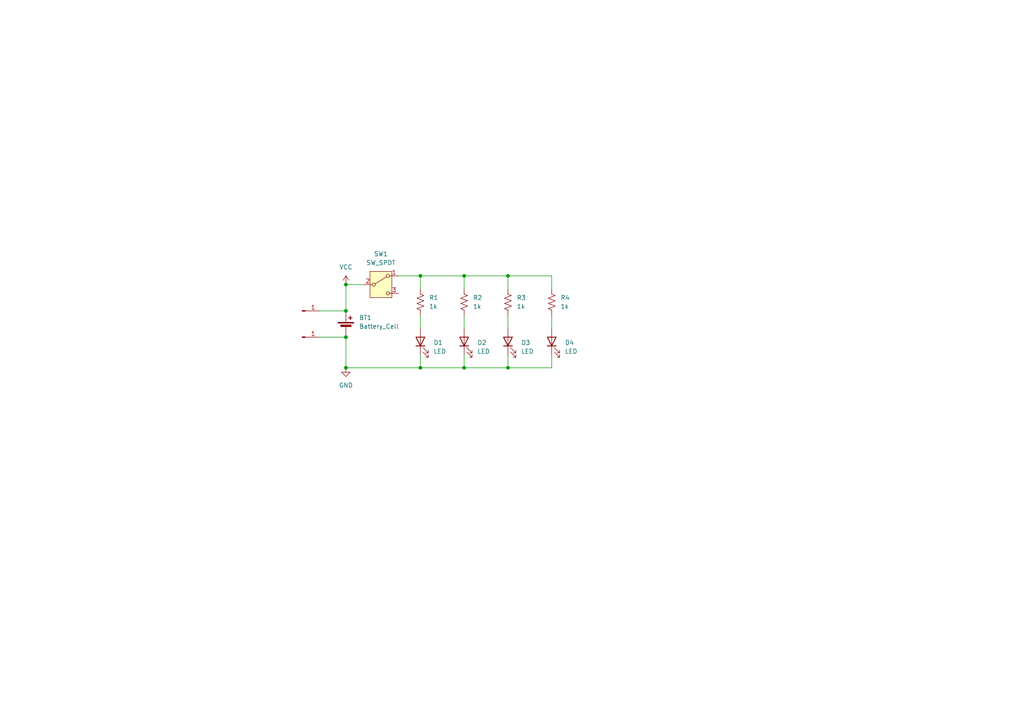
<source format=kicad_sch>
(kicad_sch (version 20231120) (generator "eeschema") (generator_version "8.0")
  (paper "A4")
  (lib_symbols
    (symbol "Connector:Conn_01x01_Pin" (pin_names (offset 1.016) hide)
      (property "Reference" "J" (at 0 2.54 0))
      (property "Value" "Conn_01x01_Pin" (at 0 -2.54 0))
      (symbol "Conn_01x01_Pin_1_1"
        (polyline (pts (xy 1.27 0) (xy 0.8636 0)) (stroke (width 0.1524)))
        (rectangle (start 0.8636 0.127) (end 0 -0.127) (stroke (width 0.1524)) (fill (type outline)))
        (pin passive line (at 5.08 0 180) (length 3.81) (name "Pin_1") (number "1"))
      )
    )
    (symbol "Device:Battery_Cell" (pin_numbers hide) (pin_names (offset 0) hide)
      (property "Reference" "BT" (at 2.54 2.54 0))
      (property "Value" "Battery_Cell" (at 2.54 0 0))
      (symbol "Battery_Cell_0_1"
        (rectangle (start -2.286 1.778) (end 2.286 1.524) (fill (type outline)))
        (rectangle (start -1.524 1.016) (end 1.524 0.508) (fill (type outline)))
        (polyline (pts (xy 0 0.762) (xy 0 0)))
        (polyline (pts (xy 0 1.778) (xy 0 2.54)))
        (polyline (pts (xy 0.762 3.048) (xy 1.778 3.048)) (stroke (width 0.254)))
        (polyline (pts (xy 1.27 3.556) (xy 1.27 2.54)) (stroke (width 0.254)))
      )
      (symbol "Battery_Cell_1_1"
        (pin passive line (at 0 5.08 270) (length 2.54) (name "+") (number "1"))
        (pin passive line (at 0 -2.54 90) (length 2.54) (name "-") (number "2"))
      )
    )
    (symbol "Device:LED" (pin_numbers hide) (pin_names (offset 1.016) hide)
      (property "Reference" "D" (at 0 2.54 0))
      (property "Value" "LED" (at 0 -2.54 0))
      (symbol "LED_0_1"
        (polyline (pts (xy -1.27 -1.27) (xy -1.27 1.27)) (stroke (width 0.254)))
        (polyline (pts (xy -1.27 0) (xy 1.27 0)))
        (polyline (pts (xy 1.27 -1.27) (xy 1.27 1.27) (xy -1.27 0) (xy 1.27 -1.27)) (stroke (width 0.254)))
        (polyline (pts (xy -3.048 -0.762) (xy -4.572 -2.286) (xy -3.81 -2.286) (xy -4.572 -2.286) (xy -4.572 -1.524)))
        (polyline (pts (xy -1.778 -0.762) (xy -3.302 -2.286) (xy -2.54 -2.286) (xy -3.302 -2.286) (xy -3.302 -1.524)))
      )
      (symbol "LED_1_1"
        (pin passive line (at -3.81 0 0) (length 2.54) (name "K") (number "1"))
        (pin passive line (at 3.81 0 180) (length 2.54) (name "A") (number "2"))
      )
    )
    (symbol "Device:R_US" (pin_numbers hide) (pin_names (offset 0))
      (property "Reference" "R" (at 2.54 0 90))
      (property "Value" "R_US" (at -2.54 0 90))
      (symbol "R_US_0_1"
        (polyline (pts (xy 0 -2.286) (xy 0 -2.54)))
        (polyline (pts (xy 0 2.286) (xy 0 2.54)))
        (polyline (pts (xy 0 -0.762) (xy 1.016 -1.143) (xy 0 -1.524) (xy -1.016 -1.905) (xy 0 -2.286)))
        (polyline (pts (xy 0 0.762) (xy 1.016 0.381) (xy 0 0) (xy -1.016 -0.381) (xy 0 -0.762)))
        (polyline (pts (xy 0 2.286) (xy 1.016 1.905) (xy 0 1.524) (xy -1.016 1.143) (xy 0 0.762)))
      )
      (symbol "R_US_1_1"
        (pin passive line (at 0 3.81 270) (length 1.27) (name "~") (number "1"))
        (pin passive line (at 0 -3.81 90) (length 1.27) (name "~") (number "2"))
      )
    )
    (symbol "Switch:SW_SPDT" (pin_names (offset 0) hide)
      (property "Reference" "SW" (at 0 5.08 0))
      (property "Value" "SW_SPDT" (at 0 -5.08 0))
      (symbol "SW_SPDT_0_1"
        (circle (center -2.032 0) (radius 0.4572))
        (polyline (pts (xy -1.651 0.254) (xy 1.651 2.286)))
        (circle (center 2.032 -2.54) (radius 0.4572))
        (circle (center 2.032 2.54) (radius 0.4572))
      )
      (symbol "SW_SPDT_1_1"
        (rectangle (start -3.175 3.81) (end 3.175 -3.81) (fill (type background)))
        (pin passive line (at 5.08 2.54 180) (length 2.54) (name "A") (number "1"))
        (pin passive line (at -5.08 0 0) (length 2.54) (name "B") (number "2"))
        (pin passive line (at 5.08 -2.54 180) (length 2.54) (name "C") (number "3"))
      )
    )
    (symbol "power:GND" (power) (pin_numbers hide) (pin_names (offset 0) hide)
      (property "Value" "GND" (at 0 -3.81 0))
      (symbol "GND_0_1"
        (polyline (pts (xy 0 0) (xy 0 -1.27) (xy 1.27 -1.27) (xy 0 -2.54) (xy -1.27 -1.27) (xy 0 -1.27)))
      )
      (symbol "GND_1_1"
        (pin power_in line (at 0 0 270) (length 0) (name "~") (number "1"))
      )
    )
    (symbol "power:VCC" (power) (pin_numbers hide) (pin_names (offset 0) hide)
      (property "Value" "VCC" (at 0 3.556 0))
      (symbol "VCC_0_1"
        (polyline (pts (xy -0.762 1.27) (xy 0 2.54)))
        (polyline (pts (xy 0 0) (xy 0 2.54)))
        (polyline (pts (xy 0 2.54) (xy 0.762 1.27)))
      )
      (symbol "VCC_1_1"
        (pin power_in line (at 0 0 90) (length 0) (name "~") (number "1"))
      )
    )
  )
  (junction (at 147.32 80.01))
  (junction (at 100.33 106.68))
  (junction (at 100.33 82.55))
  (junction (at 134.62 106.68))
  (junction (at 147.32 106.68))
  (junction (at 134.62 80.01))
  (junction (at 100.33 90.17))
  (junction (at 121.92 80.01))
  (junction (at 121.92 106.68))
  (junction (at 100.33 97.79))
  (wire (pts (xy 134.62 80.01) (xy 121.92 80.01)))
  (wire (pts (xy 121.92 91.44) (xy 121.92 95.25)))
  (wire (pts (xy 100.33 106.68) (xy 121.92 106.68)))
  (wire (pts (xy 121.92 106.68) (xy 121.92 102.87)))
  (wire (pts (xy 134.62 106.68) (xy 121.92 106.68)))
  (wire (pts (xy 134.62 80.01) (xy 147.32 80.01)))
  (wire (pts (xy 121.92 80.01) (xy 121.92 83.82)))
  (wire (pts (xy 147.32 91.44) (xy 147.32 95.25)))
  (wire (pts (xy 134.62 106.68) (xy 147.32 106.68)))
  (wire (pts (xy 100.33 97.79) (xy 100.33 106.68)))
  (wire (pts (xy 160.02 80.01) (xy 160.02 83.82)))
  (wire (pts (xy 134.62 91.44) (xy 134.62 95.25)))
  (wire (pts (xy 160.02 106.68) (xy 160.02 102.87)))
  (wire (pts (xy 100.33 82.55) (xy 105.41 82.55)))
  (wire (pts (xy 160.02 80.01) (xy 147.32 80.01)))
  (wire (pts (xy 100.33 90.17) (xy 100.33 82.55)))
  (wire (pts (xy 115.57 80.01) (xy 121.92 80.01)))
  (wire (pts (xy 134.62 80.01) (xy 134.62 83.82)))
  (wire (pts (xy 92.71 97.79) (xy 100.33 97.79)))
  (wire (pts (xy 160.02 91.44) (xy 160.02 95.25)))
  (wire (pts (xy 134.62 106.68) (xy 134.62 102.87)))
  (wire (pts (xy 147.32 80.01) (xy 147.32 83.82)))
  (wire (pts (xy 92.71 90.17) (xy 100.33 90.17)))
  (wire (pts (xy 160.02 106.68) (xy 147.32 106.68)))
  (wire (pts (xy 147.32 106.68) (xy 147.32 102.87)))
  (symbol (lib_id "Device:R_US") (at 147.32 87.63 0) (unit 1)
    (property "Reference" "R3" (at 149.86 86.3599 0) (effects (justify left)))
    (property "Value" "1k" (at 149.86 88.8999 0) (effects (justify left)))
    (property "Footprint" "LED_SMD:LED_1206_3216Metric_Pad1.42x1.75mm_HandSolder" (effects (hide yes)))
    (property "Description" "Resistor, US symbol" (effects (hide yes)))
  )
  (symbol (lib_id "Device:LED") (at 160.02 99.06 90) (unit 1)
    (property "Reference" "D4" (at 163.83 99.3774 90) (effects (justify right)))
    (property "Value" "LED" (at 163.83 101.9174 90) (effects (justify right)))
    (property "Footprint" "Diode_SMD:D_0603_1608Metric" (effects (hide yes)))
    (property "Description" "Light emitting diode" (effects (hide yes)))
  )
  (symbol (lib_id "Device:LED") (at 121.92 99.06 90) (unit 1)
    (property "Reference" "D1" (at 125.73 99.3774 90) (effects (justify right)))
    (property "Value" "LED" (at 125.73 101.9174 90) (effects (justify right)))
    (property "Footprint" "Diode_SMD:D_0603_1608Metric" (effects (hide yes)))
    (property "Description" "Light emitting diode" (effects (hide yes)))
  )
  (symbol (lib_id "Connector:Conn_01x01_Pin") (at 87.63 97.79 0) (unit 1)
    (property "Reference" "J2" (effects (hide yes)))
    (property "Value" "Conn_01x01_Pin" (effects (hide yes)))
    (property "Footprint" "Connector_PinHeader_1.00mm:PinHeader_1x01_P1.00mm_Vertical" (effects (hide yes)))
    (property "Description" "Generic connector, single row, 01x01, script generated" (effects (hide yes)))
  )
  (symbol (lib_id "Device:Battery_Cell") (at 100.33 95.25 0) (unit 1)
    (property "Reference" "BT1" (at 104.14 92.1384 0) (effects (justify left)))
    (property "Value" "Battery_Cell" (at 104.14 94.6784 0) (effects (justify left)))
    (property "Footprint" "Battery:BatteryHolder_Multicomp_BC-2001_1x2032" (effects (hide yes)))
    (property "Description" "Single-cell battery" (effects (hide yes)))
  )
  (symbol (lib_id "Device:R_US") (at 160.02 87.63 0) (unit 1)
    (property "Reference" "R4" (at 162.56 86.3599 0) (effects (justify left)))
    (property "Value" "1k" (at 162.56 88.8999 0) (effects (justify left)))
    (property "Footprint" "LED_SMD:LED_1206_3216Metric_Pad1.42x1.75mm_HandSolder" (effects (hide yes)))
    (property "Description" "Resistor, US symbol" (effects (hide yes)))
  )
  (symbol (lib_id "Device:R_US") (at 134.62 87.63 0) (unit 1)
    (property "Reference" "R2" (at 137.16 86.3599 0) (effects (justify left)))
    (property "Value" "1k" (at 137.16 88.8999 0) (effects (justify left)))
    (property "Footprint" "LED_SMD:LED_1206_3216Metric_Pad1.42x1.75mm_HandSolder" (effects (hide yes)))
    (property "Description" "Resistor, US symbol" (effects (hide yes)))
  )
  (symbol (lib_id "Device:LED") (at 147.32 99.06 90) (unit 1)
    (property "Reference" "D3" (at 151.13 99.3774 90) (effects (justify right)))
    (property "Value" "LED" (at 151.13 101.9174 90) (effects (justify right)))
    (property "Footprint" "Diode_SMD:D_0603_1608Metric" (effects (hide yes)))
    (property "Description" "Light emitting diode" (effects (hide yes)))
  )
  (symbol (lib_id "power:GND") (at 100.33 106.68 0) (unit 1)
    (property "Reference" "#PWR01" (effects (hide yes)))
    (property "Value" "GND" (at 100.33 111.76 0))
    (property "Description" "Power symbol creates a global label with name \"GND\" , ground" (effects (hide yes)))
  )
  (symbol (lib_id "Device:R_US") (at 121.92 87.63 0) (unit 1)
    (property "Reference" "R1" (at 124.46 86.3599 0) (effects (justify left)))
    (property "Value" "1k" (at 124.46 88.8999 0) (effects (justify left)))
    (property "Footprint" "LED_SMD:LED_1206_3216Metric_Pad1.42x1.75mm_HandSolder" (effects (hide yes)))
    (property "Description" "Resistor, US symbol" (effects (hide yes)))
  )
  (symbol (lib_id "Connector:Conn_01x01_Pin") (at 87.63 90.17 0) (unit 1)
    (property "Reference" "J1" (effects (hide yes)))
    (property "Value" "Conn_01x01_Pin" (effects (hide yes)))
    (property "Footprint" "Connector_PinHeader_1.00mm:PinHeader_1x01_P1.00mm_Vertical" (effects (hide yes)))
    (property "Description" "Generic connector, single row, 01x01, script generated" (effects (hide yes)))
  )
  (symbol (lib_id "Switch:SW_SPDT") (at 110.49 82.55 0) (unit 1)
    (property "Reference" "SW1" (at 110.49 73.66 0))
    (property "Value" "SW_SPDT" (at 110.49 76.2 0))
    (property "Footprint" "Button_Switch_SMD:SW_SPDT_PCM12" (effects (hide yes)))
    (property "Description" "Switch, single pole double throw" (effects (hide yes)))
  )
  (symbol (lib_id "power:VCC") (at 100.33 82.55 0) (unit 1)
    (property "Reference" "#PWR02" (effects (hide yes)))
    (property "Value" "VCC" (at 100.33 77.47 0))
    (property "Description" "Power symbol creates a global label with name \"VCC\"" (effects (hide yes)))
  )
  (symbol (lib_id "Device:LED") (at 134.62 99.06 90) (unit 1)
    (property "Reference" "D2" (at 138.43 99.3774 90) (effects (justify right)))
    (property "Value" "LED" (at 138.43 101.9174 90) (effects (justify right)))
    (property "Footprint" "Diode_SMD:D_0603_1608Metric" (effects (hide yes)))
    (property "Description" "Light emitting diode" (effects (hide yes)))
  )
)
</source>
